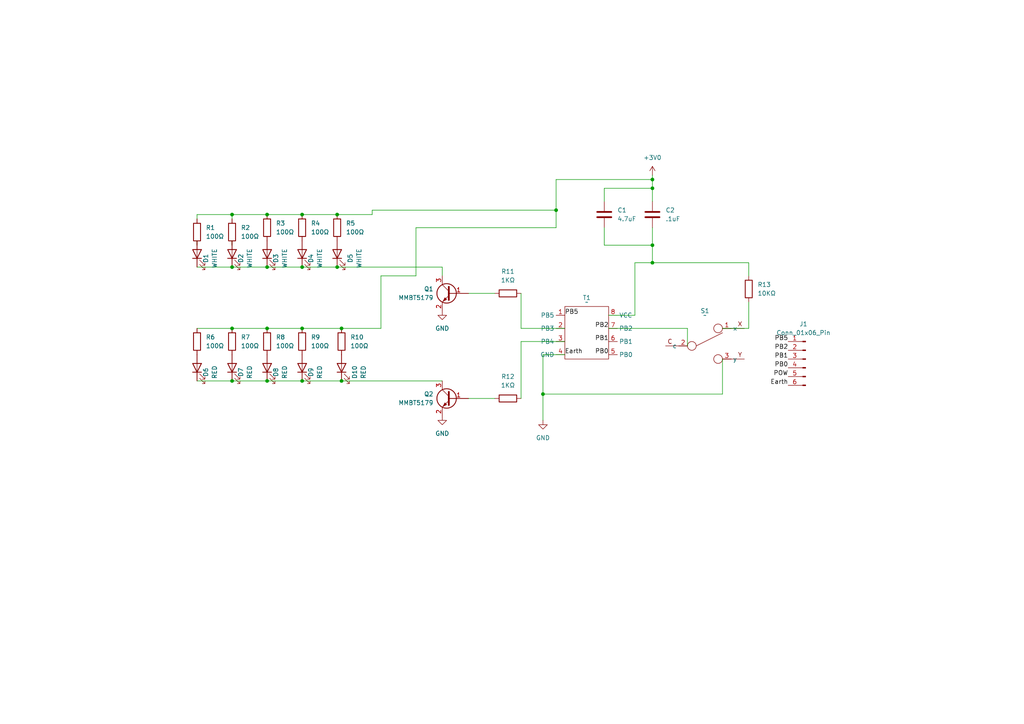
<source format=kicad_sch>
(kicad_sch (version 20230121) (generator eeschema)
  (paper "A4")
  (lib_symbols
    (symbol "Connector:Conn_01x06_Pin" (pin_names (offset 1.016) hide)
      (property "Reference" "J" (at 0 7.62 0))
      (property "Value" "Conn_01x06_Pin" (at 0 -10.16 0))
      (symbol "Conn_01x06_Pin_1_1"
        (polyline (pts (xy 1.27 -7.62) (xy 0.8636 -7.62)) (stroke (width 0.1524)))
        (polyline (pts (xy 1.27 -5.08) (xy 0.8636 -5.08)) (stroke (width 0.1524)))
        (polyline (pts (xy 1.27 -2.54) (xy 0.8636 -2.54)) (stroke (width 0.1524)))
        (polyline (pts (xy 1.27 0) (xy 0.8636 0)) (stroke (width 0.1524)))
        (polyline (pts (xy 1.27 2.54) (xy 0.8636 2.54)) (stroke (width 0.1524)))
        (polyline (pts (xy 1.27 5.08) (xy 0.8636 5.08)) (stroke (width 0.1524)))
        (rectangle (start 0.8636 -7.493) (end 0 -7.747) (stroke (width 0.1524)) (fill (type outline)))
        (rectangle (start 0.8636 -4.953) (end 0 -5.207) (stroke (width 0.1524)) (fill (type outline)))
        (rectangle (start 0.8636 -2.413) (end 0 -2.667) (stroke (width 0.1524)) (fill (type outline)))
        (rectangle (start 0.8636 0.127) (end 0 -0.127) (stroke (width 0.1524)) (fill (type outline)))
        (rectangle (start 0.8636 2.667) (end 0 2.413) (stroke (width 0.1524)) (fill (type outline)))
        (rectangle (start 0.8636 5.207) (end 0 4.953) (stroke (width 0.1524)) (fill (type outline)))
        (pin passive line (at 5.08 5.08 180) (length 3.81) (name "Pin_1") (number "1"))
        (pin passive line (at 5.08 2.54 180) (length 3.81) (name "Pin_2") (number "2"))
        (pin passive line (at 5.08 0 180) (length 3.81) (name "Pin_3") (number "3"))
        (pin passive line (at 5.08 -2.54 180) (length 3.81) (name "Pin_4") (number "4"))
        (pin passive line (at 5.08 -5.08 180) (length 3.81) (name "Pin_5") (number "5"))
        (pin passive line (at 5.08 -7.62 180) (length 3.81) (name "Pin_6") (number "6"))
      )
    )
    (symbol "Device:C" (pin_numbers hide) (pin_names (offset 0.254))
      (property "Reference" "C" (at 0.635 2.54 0))
      (property "Value" "C" (at 0.635 -2.54 0))
      (symbol "C_0_1"
        (polyline (pts (xy -2.032 -0.762) (xy 2.032 -0.762)) (stroke (width 0.508)))
        (polyline (pts (xy -2.032 0.762) (xy 2.032 0.762)) (stroke (width 0.508)))
      )
      (symbol "C_1_1"
        (pin passive line (at 0 3.81 270) (length 2.794) (name "~") (number "1"))
        (pin passive line (at 0 -3.81 90) (length 2.794) (name "~") (number "2"))
      )
    )
    (symbol "Device:LED" (pin_numbers hide) (pin_names (offset 1.016) hide)
      (property "Reference" "D" (at 0 2.54 0))
      (property "Value" "LED" (at 0 -2.54 0))
      (symbol "LED_0_1"
        (polyline (pts (xy -1.27 -1.27) (xy -1.27 1.27)) (stroke (width 0.254)))
        (polyline (pts (xy -1.27 0) (xy 1.27 0)))
        (polyline (pts (xy 1.27 -1.27) (xy 1.27 1.27) (xy -1.27 0) (xy 1.27 -1.27)) (stroke (width 0.254)))
        (polyline (pts (xy -3.048 -0.762) (xy -4.572 -2.286) (xy -3.81 -2.286) (xy -4.572 -2.286) (xy -4.572 -1.524)))
        (polyline (pts (xy -1.778 -0.762) (xy -3.302 -2.286) (xy -2.54 -2.286) (xy -3.302 -2.286) (xy -3.302 -1.524)))
      )
      (symbol "LED_1_1"
        (pin passive line (at -3.81 0 0) (length 2.54) (name "K") (number "1"))
        (pin passive line (at 3.81 0 180) (length 2.54) (name "A") (number "2"))
      )
    )
    (symbol "Device:R" (pin_numbers hide) (pin_names (offset 0))
      (property "Reference" "R" (at 2.032 0 90))
      (property "Value" "R" (at 0 0 90))
      (symbol "R_0_1"
        (rectangle (start -1.016 -2.54) (end 1.016 2.54) (stroke (width 0.254)))
      )
      (symbol "R_1_1"
        (pin passive line (at 0 3.81 270) (length 1.27) (name "~") (number "1"))
        (pin passive line (at 0 -3.81 90) (length 1.27) (name "~") (number "2"))
      )
    )
    (symbol "Princi_LIB:ATTINY25-20SSUR"
      (property "Reference" "T" (at -1.27 1.27 0))
      (symbol "ATTINY25-20SSUR_0_1"
        (rectangle (start -6.35 -1.27) (end 6.35 -16.51))
      )
      (symbol "ATTINY25-20SSUR_1_1"
        (pin bidirectional line (at -6.35 -3.81 180) (length 2.54) (name "PB5") (number "1"))
        (pin bidirectional line (at -6.35 -7.62 180) (length 2.54) (name "PB3") (number "2"))
        (pin bidirectional line (at -6.35 -11.43 180) (length 2.54) (name "PB4") (number "3"))
        (pin bidirectional line (at -6.35 -15.24 180) (length 2.54) (name "GND") (number "4"))
        (pin bidirectional line (at 6.35 -15.24 0) (length 2.54) (name "PB0") (number "5"))
        (pin bidirectional line (at 6.35 -11.43 0) (length 2.54) (name "PB1") (number "6"))
        (pin bidirectional line (at 6.35 -7.62 0) (length 2.54) (name "PB2") (number "7"))
        (pin bidirectional line (at 6.35 -3.81 0) (length 2.54) (name "VCC") (number "8"))
      )
    )
    (symbol "Princi_LIB:SlideSwitch"
      (property "Reference" "S" (at 0 0 0))
      (symbol "SlideSwitch_0_1"
        (circle (center -3.81 -12.7) (radius 1.27))
        (circle (center -3.81 -3.81) (radius 1.27))
        (polyline (pts (xy -5.08 -3.81) (xy -11.43 -3.81)))
        (polyline (pts (xy 2.54 -8.89) (xy -5.08 -5.08)))
        (polyline (pts (xy 5.08 -8.89) (xy 11.43 -8.89)))
        (polyline (pts (xy -5.08 -12.7) (xy -11.43 -12.7) (xy -10.16 -12.7)))
        (circle (center 3.81 -8.89) (radius 1.27))
      )
      (symbol "SlideSwitch_1_1"
        (text "C" (at 10.16 -7.62 0) (effects (font (size 1.27 1.27))))
        (text "X" (at -10.16 -2.54 0) (effects (font (size 1.27 1.27))))
        (text "Y" (at -10.16 -11.43 0) (effects (font (size 1.27 1.27))))
        (pin bidirectional line (at -5.08 -3.81 180) (length 2.54) (name "x") (number "1"))
        (pin bidirectional line (at 5.08 -8.89 0) (length 2.54) (name "c") (number "2"))
        (pin bidirectional line (at -5.08 -12.7 180) (length 2.54) (name "y") (number "3"))
      )
    )
    (symbol "Transistor_BJT:MMBT5550L" (pin_names (offset 0) hide)
      (property "Reference" "Q" (at 5.08 1.905 0))
      (property "Value" "MMBT5550L" (at 5.08 0 0))
      (symbol "MMBT5550L_0_1"
        (polyline (pts (xy 0.635 0.635) (xy 2.54 2.54)))
        (polyline (pts (xy 0.635 -0.635) (xy 2.54 -2.54) (xy 2.54 -2.54)))
        (polyline (pts (xy 0.635 1.905) (xy 0.635 -1.905) (xy 0.635 -1.905)) (stroke (width 0.508)))
        (polyline (pts (xy 1.27 -1.778) (xy 1.778 -1.27) (xy 2.286 -2.286) (xy 1.27 -1.778) (xy 1.27 -1.778)) (fill (type outline)))
        (circle (center 1.27 0) (radius 2.8194) (stroke (width 0.254)))
      )
      (symbol "MMBT5550L_1_1"
        (pin input line (at -5.08 0 0) (length 5.715) (name "B") (number "1"))
        (pin passive line (at 2.54 -5.08 90) (length 2.54) (name "E") (number "2"))
        (pin passive line (at 2.54 5.08 270) (length 2.54) (name "C") (number "3"))
      )
    )
    (symbol "power:+3V0" (power) (pin_names (offset 0))
      (property "Value" "+3V0" (at 0 3.556 0))
      (symbol "+3V0_0_1"
        (polyline (pts (xy -0.762 1.27) (xy 0 2.54)))
        (polyline (pts (xy 0 0) (xy 0 2.54)))
        (polyline (pts (xy 0 2.54) (xy 0.762 1.27)))
      )
      (symbol "+3V0_1_1"
        (pin power_in line (at 0 0 90) (length 0) hide (name "+3V0") (number "1"))
      )
    )
    (symbol "power:GND" (power) (pin_names (offset 0))
      (property "Value" "GND" (at 0 -3.81 0))
      (symbol "GND_0_1"
        (polyline (pts (xy 0 0) (xy 0 -1.27) (xy 1.27 -1.27) (xy 0 -2.54) (xy -1.27 -1.27) (xy 0 -1.27)))
      )
      (symbol "GND_1_1"
        (pin power_in line (at 0 0 270) (length 0) hide (name "GND") (number "1"))
      )
    )
  )
  (junction (at 77.47 95.25))
  (junction (at 87.63 62.23))
  (junction (at 87.63 95.25))
  (junction (at 67.31 110.49))
  (junction (at 77.47 62.23))
  (junction (at 157.48 114.3))
  (junction (at 67.31 77.47))
  (junction (at 189.23 54.61))
  (junction (at 189.23 71.12))
  (junction (at 67.31 95.25))
  (junction (at 77.47 110.49))
  (junction (at 87.63 110.49))
  (junction (at 97.79 77.47))
  (junction (at 99.06 110.49))
  (junction (at 67.31 62.23))
  (junction (at 87.63 77.47))
  (junction (at 189.23 52.07))
  (junction (at 97.79 62.23))
  (junction (at 161.29 60.96))
  (junction (at 77.47 77.47))
  (junction (at 189.23 76.2))
  (junction (at 99.06 95.25))
  (wire (pts (xy 57.15 77.47) (xy 67.31 77.47)))
  (wire (pts (xy 67.31 63.5) (xy 67.31 62.23)))
  (wire (pts (xy 77.47 62.23) (xy 87.63 62.23)))
  (wire (pts (xy 97.79 62.23) (xy 107.95 62.23)))
  (wire (pts (xy 189.23 71.12) (xy 189.23 76.2)))
  (wire (pts (xy 77.47 77.47) (xy 87.63 77.47)))
  (wire (pts (xy 161.29 66.04) (xy 161.29 60.96)))
  (wire (pts (xy 110.49 80.01) (xy 110.49 95.25)))
  (wire (pts (xy 87.63 110.49) (xy 99.06 110.49)))
  (wire (pts (xy 57.15 110.49) (xy 67.31 110.49)))
  (wire (pts (xy 87.63 62.23) (xy 97.79 62.23)))
  (wire (pts (xy 217.17 87.63) (xy 217.17 95.25)))
  (wire (pts (xy 184.15 76.2) (xy 189.23 76.2)))
  (wire (pts (xy 189.23 66.04) (xy 189.23 71.12)))
  (wire (pts (xy 176.53 91.44) (xy 184.15 91.44)))
  (wire (pts (xy 157.48 102.87) (xy 157.48 114.3)))
  (wire (pts (xy 175.26 66.04) (xy 175.26 71.12)))
  (wire (pts (xy 217.17 76.2) (xy 217.17 80.01)))
  (wire (pts (xy 151.13 99.06) (xy 163.83 99.06)))
  (wire (pts (xy 110.49 80.01) (xy 120.65 80.01)))
  (wire (pts (xy 99.06 95.25) (xy 110.49 95.25)))
  (wire (pts (xy 107.95 60.96) (xy 107.95 62.23)))
  (wire (pts (xy 189.23 52.07) (xy 189.23 54.61)))
  (wire (pts (xy 184.15 91.44) (xy 184.15 76.2)))
  (wire (pts (xy 143.51 115.57) (xy 135.89 115.57)))
  (wire (pts (xy 57.15 63.5) (xy 57.15 62.23)))
  (wire (pts (xy 99.06 110.49) (xy 128.27 110.49)))
  (wire (pts (xy 175.26 54.61) (xy 189.23 54.61)))
  (wire (pts (xy 57.15 62.23) (xy 67.31 62.23)))
  (wire (pts (xy 189.23 54.61) (xy 189.23 58.42)))
  (wire (pts (xy 161.29 52.07) (xy 189.23 52.07)))
  (wire (pts (xy 67.31 62.23) (xy 77.47 62.23)))
  (wire (pts (xy 199.39 100.33) (xy 199.39 95.25)))
  (wire (pts (xy 176.53 95.25) (xy 199.39 95.25)))
  (wire (pts (xy 67.31 77.47) (xy 77.47 77.47)))
  (wire (pts (xy 57.15 95.25) (xy 67.31 95.25)))
  (wire (pts (xy 151.13 85.09) (xy 151.13 95.25)))
  (wire (pts (xy 87.63 77.47) (xy 97.79 77.47)))
  (wire (pts (xy 67.31 110.49) (xy 77.47 110.49)))
  (wire (pts (xy 157.48 114.3) (xy 209.55 114.3)))
  (wire (pts (xy 120.65 80.01) (xy 120.65 66.04)))
  (wire (pts (xy 120.65 66.04) (xy 161.29 66.04)))
  (wire (pts (xy 77.47 110.49) (xy 87.63 110.49)))
  (wire (pts (xy 107.95 60.96) (xy 161.29 60.96)))
  (wire (pts (xy 217.17 95.25) (xy 209.55 95.25)))
  (wire (pts (xy 175.26 58.42) (xy 175.26 54.61)))
  (wire (pts (xy 97.79 77.47) (xy 128.27 77.47)))
  (wire (pts (xy 151.13 99.06) (xy 151.13 115.57)))
  (wire (pts (xy 161.29 60.96) (xy 161.29 52.07)))
  (wire (pts (xy 175.26 71.12) (xy 189.23 71.12)))
  (wire (pts (xy 87.63 95.25) (xy 99.06 95.25)))
  (wire (pts (xy 77.47 95.25) (xy 87.63 95.25)))
  (wire (pts (xy 67.31 95.25) (xy 77.47 95.25)))
  (wire (pts (xy 157.48 114.3) (xy 157.48 121.92)))
  (wire (pts (xy 163.83 102.87) (xy 157.48 102.87)))
  (wire (pts (xy 189.23 50.8) (xy 189.23 52.07)))
  (wire (pts (xy 189.23 76.2) (xy 217.17 76.2)))
  (wire (pts (xy 209.55 104.14) (xy 209.55 114.3)))
  (wire (pts (xy 57.15 69.85) (xy 57.15 71.12)))
  (wire (pts (xy 67.31 71.12) (xy 67.31 69.85)))
  (wire (pts (xy 151.13 95.25) (xy 163.83 95.25)))
  (wire (pts (xy 128.27 80.01) (xy 128.27 77.47)))
  (wire (pts (xy 135.89 85.09) (xy 143.51 85.09)))
  (label "PB0" (at 176.53 102.87 180))
  (label "Earth" (at 228.6 111.76 180))
  (label "PB0" (at 228.6 106.68 180))
  (label "Earth" (at 163.83 102.87 0))
  (label "PB1" (at 176.53 99.06 180))
  (label "PB5" (at 228.6 99.06 180))
  (label "POW" (at 228.6 109.22 180))
  (label "PB2" (at 228.6 101.6 180))
  (label "PB1" (at 228.6 104.14 180))
  (label "PB5" (at 163.83 91.44 0))
  (label "PB2" (at 176.53 95.25 180))
  (symbol (lib_id "Device:R") (at 87.63 66.04 0) (unit 1)
    (property "Reference" "R4" (at 90.17 64.77 0) (effects (justify left)))
    (property "Value" "100Ω" (at 90.17 67.31 0) (effects (justify left)))
    (property "DIGIKEY" "311-100HRCT-ND" (effects hide))
  )
  (symbol (lib_id "Device:LED") (at 99.06 106.68 90) (unit 1)
    (property "Reference" "D10" (at 102.87 107.95 0))
    (property "Value" "RED" (at 105.41 107.95 0))
    (property "DIGIKEY" "160-1182-1-ND" (effects hide))
  )
  (symbol (lib_id "Princi_LIB:SlideSwitch") (at 204.47 91.44 0) (mirror y) (unit 1)
    (property "Reference" "S1" (at 204.47 90.17 0))
    (property "Value" "~" (at 204.47 91.44 0))
    (property "DIGIKEY" "401-2002-1-ND" (effects hide))
  )
  (symbol (lib_id "Transistor_BJT:MMBT5550L") (at 130.81 85.09 0) (mirror y) (unit 1)
    (property "Reference" "Q1" (at 125.73 83.82 0) (effects (justify left)))
    (property "Value" "MMBT5179" (at 125.73 86.36 0) (effects (justify left)))
    (property "Footprint" "Package_TO_SOT_SMD:SOT-23" (effects hide))
    (property "DIGIKEY" "MMBT5179CT-ND" (effects hide))
  )
  (symbol (lib_id "Device:R") (at 147.32 85.09 270) (unit 1)
    (property "Reference" "R11" (at 147.32 78.74 90))
    (property "Value" "1KΩ" (at 147.32 81.28 90))
    (property "DIGIKEY" "RMCF0603FT1K00CT-ND" (effects hide))
  )
  (symbol (lib_id "Connector:Conn_01x06_Pin") (at 233.68 104.14 0) (mirror y) (unit 1)
    (property "Reference" "J1" (at 233.045 93.98 0))
    (property "Value" "Conn_01x06_Pin" (at 233.045 96.52 0))
    (property "DIGIKEY" "732-5316-ND" (effects hide))
  )
  (symbol (lib_id "Transistor_BJT:MMBT5550L") (at 130.81 115.57 0) (mirror y) (unit 1)
    (property "Reference" "Q2" (at 125.73 114.3 0) (effects (justify left)))
    (property "Value" "MMBT5179" (at 125.73 116.84 0) (effects (justify left)))
    (property "Footprint" "Package_TO_SOT_SMD:SOT-23" (effects hide))
    (property "DIGIKEY" "MMBT5179CT-ND" (effects hide))
  )
  (symbol (lib_id "Device:LED") (at 57.15 106.68 90) (unit 1)
    (property "Reference" "D6" (at 59.69 107.95 0))
    (property "Value" "RED" (at 62.23 107.95 0))
    (property "DIGIKEY" "160-1182-1-ND" (effects hide))
  )
  (symbol (lib_id "Device:LED") (at 67.31 106.68 90) (unit 1)
    (property "Reference" "D7" (at 69.85 107.95 0))
    (property "Value" "RED" (at 72.39 107.95 0))
    (property "DIGIKEY" "160-1182-1-ND" (effects hide))
  )
  (symbol (lib_id "Device:R") (at 99.06 99.06 0) (unit 1)
    (property "Reference" "R10" (at 101.6 97.79 0) (effects (justify left)))
    (property "Value" "100Ω" (at 101.6 100.33 0) (effects (justify left)))
    (property "DIGIKEY" "311-100HRCT-ND" (effects hide))
  )
  (symbol (lib_id "power:GND") (at 128.27 120.65 0) (unit 1)
    (property "Reference" "#PWR03" (effects hide))
    (property "Value" "GND" (at 128.27 125.73 0))
  )
  (symbol (lib_id "Device:R") (at 97.79 66.04 0) (unit 1)
    (property "Reference" "R5" (at 100.33 64.77 0) (effects (justify left)))
    (property "Value" "100Ω" (at 100.33 67.31 0) (effects (justify left)))
    (property "DIGIKEY" "311-100HRCT-ND" (effects hide))
  )
  (symbol (lib_id "Device:C") (at 189.23 62.23 0) (unit 1)
    (property "Reference" "C2" (at 193.04 60.96 0) (effects (justify left)))
    (property "Value" ".1uF" (at 193.04 63.5 0) (effects (justify left)))
    (property "DIGIKEY" "490-5405-1-ND" (effects hide))
  )
  (symbol (lib_id "Device:LED") (at 77.47 106.68 90) (unit 1)
    (property "Reference" "D8" (at 80.01 107.95 0))
    (property "Value" "RED" (at 82.55 107.95 0))
    (property "DIGIKEY" "160-1182-1-ND" (effects hide))
  )
  (symbol (lib_id "Device:LED") (at 77.47 73.66 90) (unit 1)
    (property "Reference" "D3" (at 80.01 74.93 0))
    (property "Value" "WHITE" (at 82.55 74.93 0))
    (property "DIGIKEY" "1830-1063-1-ND" (effects hide))
  )
  (symbol (lib_id "Device:LED") (at 67.31 73.66 90) (unit 1)
    (property "Reference" "D2" (at 69.85 74.93 0))
    (property "Value" "WHITE" (at 72.39 74.93 0))
    (property "DIGIKEY" "1830-1063-1-ND" (effects hide))
  )
  (symbol (lib_id "Princi_LIB:ATTINY25-20SSUR") (at 170.18 87.63 0) (unit 1)
    (property "Reference" "T1" (at 170.18 86.36 0))
    (property "Value" "~" (at 170.18 87.63 0))
    (property "DIGIKEY" "ATTINY25-20SSURCT-ND" (effects hide))
  )
  (symbol (lib_id "Device:R") (at 77.47 99.06 0) (unit 1)
    (property "Reference" "R8" (at 80.01 97.79 0) (effects (justify left)))
    (property "Value" "100Ω" (at 80.01 100.33 0) (effects (justify left)))
    (property "DIGIKEY" "311-100HRCT-ND" (effects hide))
  )
  (symbol (lib_id "Device:R") (at 67.31 67.31 0) (unit 1)
    (property "Reference" "R2" (at 69.85 66.04 0) (effects (justify left)))
    (property "Value" "100Ω" (at 69.85 68.58 0) (effects (justify left)))
    (property "DIGIKEY" "311-100HRCT-ND" (effects hide))
  )
  (symbol (lib_id "Device:R") (at 77.47 66.04 0) (unit 1)
    (property "Reference" "R3" (at 80.01 64.77 0) (effects (justify left)))
    (property "Value" "100Ω" (at 80.01 67.31 0) (effects (justify left)))
    (property "DIGIKEY" "311-100HRCT-ND" (effects hide))
  )
  (symbol (lib_id "Device:LED") (at 97.79 73.66 90) (unit 1)
    (property "Reference" "D5" (at 101.6 74.93 0))
    (property "Value" "WHITE" (at 104.14 74.93 0))
    (property "DIGIKEY" "1830-1063-1-ND" (effects hide))
  )
  (symbol (lib_id "Device:LED") (at 87.63 106.68 90) (unit 1)
    (property "Reference" "D9" (at 90.17 107.95 0))
    (property "Value" "RED" (at 92.71 107.95 0))
    (property "DIGIKEY" "160-1182-1-ND" (effects hide))
  )
  (symbol (lib_id "power:+3V0") (at 189.23 50.8 0) (unit 1)
    (property "Reference" "#PWR01" (effects hide))
    (property "Value" "+3V0" (at 189.23 45.72 0))
  )
  (symbol (lib_id "Device:R") (at 87.63 99.06 0) (unit 1)
    (property "Reference" "R9" (at 90.17 97.79 0) (effects (justify left)))
    (property "Value" "100Ω" (at 90.17 100.33 0) (effects (justify left)))
    (property "DIGIKEY" "311-100HRCT-ND" (effects hide))
  )
  (symbol (lib_id "Device:R") (at 57.15 99.06 0) (unit 1)
    (property "Reference" "R6" (at 59.69 97.79 0) (effects (justify left)))
    (property "Value" "100Ω" (at 59.69 100.33 0) (effects (justify left)))
    (property "DIGIKEY" "311-100HRCT-ND" (effects hide))
  )
  (symbol (lib_id "Device:C") (at 175.26 62.23 0) (unit 1)
    (property "Reference" "C1" (at 179.07 60.96 0) (effects (justify left)))
    (property "Value" "4.7uF" (at 179.07 63.5 0) (effects (justify left)))
    (property "DIGIKEY" "490-GRM035R60J475ME15JCT-ND" (effects hide))
  )
  (symbol (lib_id "Device:R") (at 57.15 67.31 0) (unit 1)
    (property "Reference" "R1" (at 59.69 66.04 0) (effects (justify left)))
    (property "Value" "100Ω" (at 59.69 68.58 0) (effects (justify left)))
    (property "DIGIKEY" "311-100HRCT-ND" (effects hide))
  )
  (symbol (lib_id "Device:R") (at 67.31 99.06 0) (unit 1)
    (property "Reference" "R7" (at 69.85 97.79 0) (effects (justify left)))
    (property "Value" "100Ω" (at 69.85 100.33 0) (effects (justify left)))
    (property "DIGIKEY" "311-100HRCT-ND" (effects hide))
  )
  (symbol (lib_id "Device:R") (at 217.17 83.82 180) (unit 1)
    (property "Reference" "R13" (at 219.71 82.55 0) (effects (justify right)))
    (property "Value" "10KΩ" (at 219.71 85.09 0) (effects (justify right)))
    (property "DIGIKEY" "311-10KGRCT-ND" (effects hide))
  )
  (symbol (lib_id "power:GND") (at 128.27 90.17 0) (unit 1)
    (property "Reference" "#PWR04" (effects hide))
    (property "Value" "GND" (at 128.27 95.25 0))
  )
  (symbol (lib_id "Device:LED") (at 57.15 73.66 90) (unit 1)
    (property "Reference" "D1" (at 59.69 74.93 0))
    (property "Value" "WHITE" (at 62.23 74.93 0))
    (property "DIGIKEY" "1830-1063-1-ND" (effects hide))
  )
  (symbol (lib_id "Device:LED") (at 87.63 73.66 90) (unit 1)
    (property "Reference" "D4" (at 90.17 74.93 0))
    (property "Value" "WHITE" (at 92.71 74.93 0))
    (property "DIGIKEY" "1830-1063-1-ND" (effects hide))
  )
  (symbol (lib_id "Device:R") (at 147.32 115.57 270) (unit 1)
    (property "Reference" "R12" (at 147.32 109.22 90))
    (property "Value" "1KΩ" (at 147.32 111.76 90))
    (property "DIGIKEY" "RMCF0603FT1K00CT-ND" (effects hide))
  )
  (symbol (lib_id "power:GND") (at 157.48 121.92 0) (unit 1)
    (property "Reference" "#PWR02" (effects hide))
    (property "Value" "GND" (at 157.48 127 0))
  )
)
</source>
